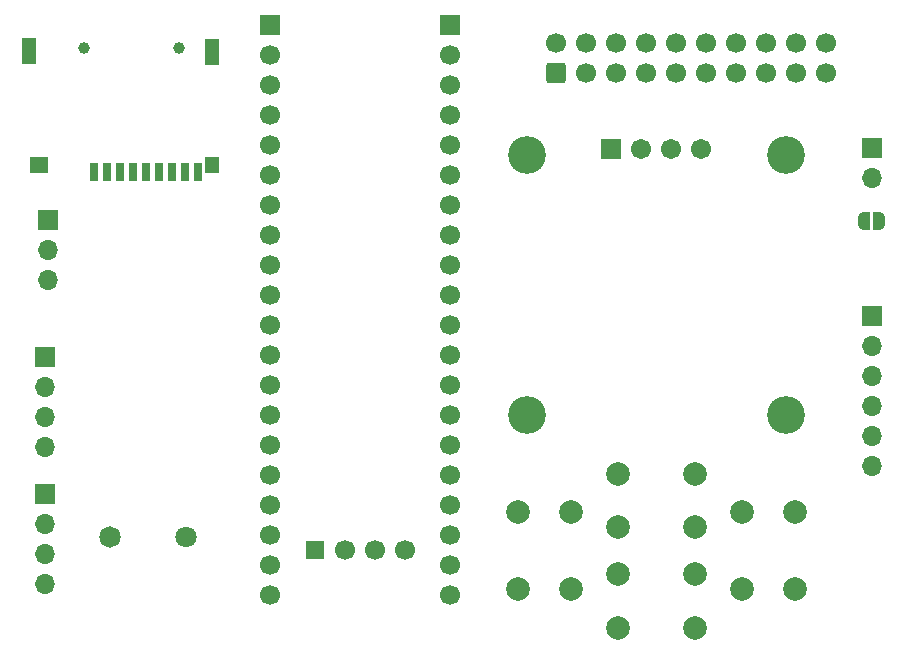
<source format=gbr>
%TF.GenerationSoftware,KiCad,Pcbnew,8.0.5*%
%TF.CreationDate,2024-12-10T05:31:14-08:00*%
%TF.ProjectId,sdiskII_stm32,73646973-6b49-4495-9f73-746d33322e6b,3*%
%TF.SameCoordinates,Original*%
%TF.FileFunction,Soldermask,Top*%
%TF.FilePolarity,Negative*%
%FSLAX46Y46*%
G04 Gerber Fmt 4.6, Leading zero omitted, Abs format (unit mm)*
G04 Created by KiCad (PCBNEW 8.0.5) date 2024-12-10 05:31:14*
%MOMM*%
%LPD*%
G01*
G04 APERTURE LIST*
G04 Aperture macros list*
%AMRoundRect*
0 Rectangle with rounded corners*
0 $1 Rounding radius*
0 $2 $3 $4 $5 $6 $7 $8 $9 X,Y pos of 4 corners*
0 Add a 4 corners polygon primitive as box body*
4,1,4,$2,$3,$4,$5,$6,$7,$8,$9,$2,$3,0*
0 Add four circle primitives for the rounded corners*
1,1,$1+$1,$2,$3*
1,1,$1+$1,$4,$5*
1,1,$1+$1,$6,$7*
1,1,$1+$1,$8,$9*
0 Add four rect primitives between the rounded corners*
20,1,$1+$1,$2,$3,$4,$5,0*
20,1,$1+$1,$4,$5,$6,$7,0*
20,1,$1+$1,$6,$7,$8,$9,0*
20,1,$1+$1,$8,$9,$2,$3,0*%
%AMFreePoly0*
4,1,19,0.500000,-0.750000,0.000000,-0.750000,0.000000,-0.744911,-0.071157,-0.744911,-0.207708,-0.704816,-0.327430,-0.627875,-0.420627,-0.520320,-0.479746,-0.390866,-0.500000,-0.250000,-0.500000,0.250000,-0.479746,0.390866,-0.420627,0.520320,-0.327430,0.627875,-0.207708,0.704816,-0.071157,0.744911,0.000000,0.744911,0.000000,0.750000,0.500000,0.750000,0.500000,-0.750000,0.500000,-0.750000,
$1*%
%AMFreePoly1*
4,1,19,0.000000,0.744911,0.071157,0.744911,0.207708,0.704816,0.327430,0.627875,0.420627,0.520320,0.479746,0.390866,0.500000,0.250000,0.500000,-0.250000,0.479746,-0.390866,0.420627,-0.520320,0.327430,-0.627875,0.207708,-0.704816,0.071157,-0.744911,0.000000,-0.744911,0.000000,-0.750000,-0.500000,-0.750000,-0.500000,0.750000,0.000000,0.750000,0.000000,0.744911,0.000000,0.744911,
$1*%
G04 Aperture macros list end*
%ADD10RoundRect,0.250000X0.600000X-0.600000X0.600000X0.600000X-0.600000X0.600000X-0.600000X-0.600000X0*%
%ADD11C,1.700000*%
%ADD12R,1.700000X1.700000*%
%ADD13O,1.700000X1.700000*%
%ADD14C,2.000000*%
%ADD15C,1.824000*%
%ADD16C,1.800000*%
%ADD17R,1.524000X1.524000*%
%ADD18FreePoly0,180.000000*%
%ADD19FreePoly1,180.000000*%
%ADD20RoundRect,0.102000X-0.754000X-0.754000X0.754000X-0.754000X0.754000X0.754000X-0.754000X0.754000X0*%
%ADD21C,1.712000*%
%ADD22C,3.204000*%
%ADD23R,1.600000X1.400000*%
%ADD24C,1.000000*%
%ADD25R,1.200000X2.200000*%
%ADD26R,0.700000X1.600000*%
%ADD27R,1.200000X1.400000*%
G04 APERTURE END LIST*
D10*
%TO.C,J2*%
X178290000Y-92490000D03*
D11*
X178290000Y-89950000D03*
X180830000Y-92490000D03*
X180830000Y-89950000D03*
X183370000Y-92490000D03*
X183370000Y-89950000D03*
X185910000Y-92490000D03*
X185910000Y-89950000D03*
X188450000Y-92490000D03*
X188450000Y-89950000D03*
X190990000Y-92490000D03*
X190990000Y-89950000D03*
X193530000Y-92490000D03*
X193530000Y-89950000D03*
X196070000Y-92490000D03*
X196070000Y-89950000D03*
X198610000Y-92490000D03*
X198610000Y-89950000D03*
X201150000Y-92490000D03*
X201150000Y-89950000D03*
%TD*%
D12*
%TO.C,J3*%
X205000000Y-113050000D03*
D13*
X205000000Y-115590000D03*
X205000000Y-118130000D03*
X205000000Y-120670000D03*
X205000000Y-123210000D03*
X205000000Y-125750000D03*
%TD*%
D14*
%TO.C,UP1*%
X190040000Y-130950000D03*
X183540000Y-130950000D03*
X190040000Y-126450000D03*
X183540000Y-126450000D03*
%TD*%
D12*
%TO.C,DEBUG*%
X135000000Y-116500000D03*
D13*
X135000000Y-119040000D03*
X135000000Y-121580000D03*
X135000000Y-124120000D03*
%TD*%
D15*
%TO.C,BZ1*%
X140500000Y-131750000D03*
D16*
X147000000Y-131750000D03*
%TD*%
D12*
%TO.C,J4*%
X135240000Y-104975000D03*
D13*
X135240000Y-107515000D03*
X135240000Y-110055000D03*
%TD*%
D12*
%TO.C,\u03BCC1*%
X154050000Y-88440000D03*
D11*
X154050000Y-90980000D03*
X154050000Y-93520000D03*
X154050000Y-96060000D03*
X154050000Y-98600000D03*
X154050000Y-101140000D03*
X154050000Y-103680000D03*
X154050000Y-106220000D03*
X154050000Y-108760000D03*
X154050000Y-111300000D03*
X154050000Y-113840000D03*
X154050000Y-116380000D03*
X154050000Y-118920000D03*
X154050000Y-121460000D03*
X154050000Y-124000000D03*
X154050000Y-126540000D03*
X154050000Y-129080000D03*
X154050000Y-131620000D03*
X154050000Y-134160000D03*
X154050000Y-136700000D03*
X169290000Y-136700000D03*
X169290000Y-134160000D03*
X169290000Y-131620000D03*
X169290000Y-129080000D03*
X169290000Y-126540000D03*
X169290000Y-124000000D03*
X169290000Y-121460000D03*
X169290000Y-118920000D03*
X169290000Y-116380000D03*
X169290000Y-113840000D03*
X169290000Y-111300000D03*
X169290000Y-108760000D03*
X169290000Y-106220000D03*
X169290000Y-103680000D03*
X169290000Y-101140000D03*
X169290000Y-98600000D03*
X169290000Y-96060000D03*
X169290000Y-93520000D03*
X169290000Y-90980000D03*
D12*
X169290000Y-88440000D03*
D17*
X157860000Y-132890000D03*
D11*
X160400000Y-132890000D03*
X162940000Y-132890000D03*
X165480000Y-132890000D03*
%TD*%
D18*
%TO.C,JP1*%
X205650000Y-105000000D03*
D19*
X204350000Y-105000000D03*
%TD*%
D12*
%TO.C,J1*%
X205000000Y-98810000D03*
D13*
X205000000Y-101350000D03*
%TD*%
D14*
%TO.C,ENTR1*%
X198540000Y-129700000D03*
X198540000Y-136200000D03*
X194040000Y-129700000D03*
X194040000Y-136200000D03*
%TD*%
D12*
%TO.C,J6*%
X135000000Y-128180000D03*
D13*
X135000000Y-130720000D03*
X135000000Y-133260000D03*
X135000000Y-135800000D03*
%TD*%
D20*
%TO.C,U8*%
X182980000Y-98950000D03*
D21*
X185520000Y-98950000D03*
X188060000Y-98950000D03*
X190600000Y-98950000D03*
D22*
X175790000Y-99450000D03*
X197790000Y-99450000D03*
X197790000Y-121450000D03*
X175790000Y-121450000D03*
%TD*%
D23*
%TO.C,U2*%
X134540000Y-100250000D03*
D24*
X138340000Y-90350000D03*
X146340000Y-90350000D03*
D25*
X149140000Y-90750000D03*
D26*
X139140000Y-100850000D03*
X140240000Y-100850000D03*
X141340000Y-100850000D03*
X142440000Y-100850000D03*
X143540000Y-100850000D03*
X144640000Y-100850000D03*
X145740000Y-100850000D03*
X146840000Y-100850000D03*
X147940000Y-100850000D03*
D27*
X149140000Y-100250000D03*
D25*
X133640000Y-90650000D03*
%TD*%
D14*
%TO.C,RET1*%
X179540000Y-129700000D03*
X179540000Y-136200000D03*
X175040000Y-129700000D03*
X175040000Y-136200000D03*
%TD*%
%TO.C,DOWN1*%
X183540000Y-134950000D03*
X190040000Y-134950000D03*
X183540000Y-139450000D03*
X190040000Y-139450000D03*
%TD*%
M02*

</source>
